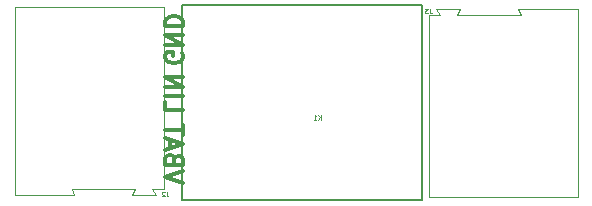
<source format=gbo>
G04 #@! TF.GenerationSoftware,KiCad,Pcbnew,(2018-02-16 revision c95340fba)-makepkg*
G04 #@! TF.CreationDate,2018-05-26T17:23:00+02:00*
G04 #@! TF.ProjectId,lin_bb,6C696E5F62622E6B696361645F706362,rev?*
G04 #@! TF.SameCoordinates,PX7d54dd0PY6718300*
G04 #@! TF.FileFunction,Legend,Bot*
G04 #@! TF.FilePolarity,Positive*
%FSLAX46Y46*%
G04 Gerber Fmt 4.6, Leading zero omitted, Abs format (unit mm)*
G04 Created by KiCad (PCBNEW (2018-02-16 revision c95340fba)-makepkg) date 05/26/18 17:23:00*
%MOMM*%
%LPD*%
G01*
G04 APERTURE LIST*
%ADD10C,0.300000*%
%ADD11C,0.120000*%
%ADD12C,0.150000*%
%ADD13C,0.100000*%
%ADD14O,4.360000X2.380000*%
%ADD15R,4.360000X2.380000*%
%ADD16C,2.940000*%
G04 APERTURE END LIST*
D10*
X14435828Y-15011885D02*
X12935828Y-14511885D01*
X14435828Y-14011885D01*
X13721542Y-13011885D02*
X13650114Y-12797600D01*
X13578685Y-12726171D01*
X13435828Y-12654742D01*
X13221542Y-12654742D01*
X13078685Y-12726171D01*
X13007257Y-12797600D01*
X12935828Y-12940457D01*
X12935828Y-13511885D01*
X14435828Y-13511885D01*
X14435828Y-13011885D01*
X14364400Y-12869028D01*
X14292971Y-12797600D01*
X14150114Y-12726171D01*
X14007257Y-12726171D01*
X13864400Y-12797600D01*
X13792971Y-12869028D01*
X13721542Y-13011885D01*
X13721542Y-13511885D01*
X13364400Y-12083314D02*
X13364400Y-11369028D01*
X12935828Y-12226171D02*
X14435828Y-11726171D01*
X12935828Y-11226171D01*
X14435828Y-10940457D02*
X14435828Y-10083314D01*
X12935828Y-10511885D02*
X14435828Y-10511885D01*
X12935828Y-8146171D02*
X12935828Y-8860457D01*
X14435828Y-8860457D01*
X12935828Y-7646171D02*
X14435828Y-7646171D01*
X12935828Y-6931885D02*
X14435828Y-6931885D01*
X12935828Y-6074742D01*
X14435828Y-6074742D01*
X14364400Y-4038457D02*
X14435828Y-4181314D01*
X14435828Y-4395600D01*
X14364400Y-4609885D01*
X14221542Y-4752742D01*
X14078685Y-4824171D01*
X13792971Y-4895600D01*
X13578685Y-4895600D01*
X13292971Y-4824171D01*
X13150114Y-4752742D01*
X13007257Y-4609885D01*
X12935828Y-4395600D01*
X12935828Y-4252742D01*
X13007257Y-4038457D01*
X13078685Y-3967028D01*
X13578685Y-3967028D01*
X13578685Y-4252742D01*
X12935828Y-3324171D02*
X14435828Y-3324171D01*
X12935828Y-2467028D01*
X14435828Y-2467028D01*
X12935828Y-1752742D02*
X14435828Y-1752742D01*
X14435828Y-1395600D01*
X14364400Y-1181314D01*
X14221542Y-1038457D01*
X14078685Y-967028D01*
X13792971Y-895600D01*
X13578685Y-895600D01*
X13292971Y-967028D01*
X13150114Y-1038457D01*
X13007257Y-1181314D01*
X12935828Y-1395600D01*
X12935828Y-1752742D01*
D11*
X202400Y-16018600D02*
X202400Y-118600D01*
X5252400Y-16018600D02*
X202400Y-16018600D01*
X5002400Y-15518600D02*
X5252400Y-16018600D01*
X10402400Y-15518600D02*
X5002400Y-15518600D01*
X10152400Y-16018600D02*
X10402400Y-15518600D01*
X12152400Y-16018600D02*
X10152400Y-16018600D01*
X11852400Y-15518600D02*
X12152400Y-16018600D01*
X12802400Y-15518600D02*
X11852400Y-15518600D01*
X12802400Y-118600D02*
X12802400Y-15518600D01*
X202400Y-118600D02*
X12802400Y-118600D01*
X47854400Y-313600D02*
X47854400Y-16213600D01*
X42804400Y-313600D02*
X47854400Y-313600D01*
X43054400Y-813600D02*
X42804400Y-313600D01*
X37654400Y-813600D02*
X43054400Y-813600D01*
X37904400Y-313600D02*
X37654400Y-813600D01*
X35904400Y-313600D02*
X37904400Y-313600D01*
X36204400Y-813600D02*
X35904400Y-313600D01*
X35254400Y-813600D02*
X36204400Y-813600D01*
X35254400Y-16213600D02*
X35254400Y-813600D01*
X47854400Y-16213600D02*
X35254400Y-16213600D01*
D12*
X34696400Y-16484600D02*
X14376400Y-16484600D01*
X34696400Y25400D02*
X34696400Y-16484600D01*
X14376400Y25400D02*
X34696400Y25400D01*
X14376400Y-16484600D02*
X14376400Y25400D01*
D13*
X13049233Y-15757552D02*
X13049233Y-16043266D01*
X13068280Y-16100409D01*
X13106376Y-16138504D01*
X13163519Y-16157552D01*
X13201614Y-16157552D01*
X12877804Y-15795647D02*
X12858757Y-15776600D01*
X12820661Y-15757552D01*
X12725423Y-15757552D01*
X12687328Y-15776600D01*
X12668280Y-15795647D01*
X12649233Y-15833742D01*
X12649233Y-15871838D01*
X12668280Y-15928980D01*
X12896852Y-16157552D01*
X12649233Y-16157552D01*
X35337733Y-263552D02*
X35337733Y-549266D01*
X35356780Y-606409D01*
X35394876Y-644504D01*
X35452019Y-663552D01*
X35490114Y-663552D01*
X35185352Y-263552D02*
X34937733Y-263552D01*
X35071066Y-415933D01*
X35013923Y-415933D01*
X34975828Y-434980D01*
X34956780Y-454028D01*
X34937733Y-492123D01*
X34937733Y-587361D01*
X34956780Y-625457D01*
X34975828Y-644504D01*
X35013923Y-663552D01*
X35128209Y-663552D01*
X35166304Y-644504D01*
X35185352Y-625457D01*
X26101638Y-9680552D02*
X26101638Y-9280552D01*
X25873066Y-9680552D02*
X26044495Y-9451980D01*
X25873066Y-9280552D02*
X26101638Y-9509123D01*
X25492114Y-9680552D02*
X25720685Y-9680552D01*
X25606400Y-9680552D02*
X25606400Y-9280552D01*
X25644495Y-9337695D01*
X25682590Y-9375790D01*
X25720685Y-9394838D01*
%LPC*%
D14*
X6502400Y-12768600D03*
X6502400Y-7768600D03*
D15*
X6502400Y-2768600D03*
D14*
X41554400Y-3563600D03*
X41554400Y-8563600D03*
D15*
X41554400Y-13563600D03*
D16*
X31116400Y-14229600D03*
X16916400Y-8229600D03*
X31116400Y-2229600D03*
X18916400Y-14229600D03*
X18916400Y-2229600D03*
M02*

</source>
